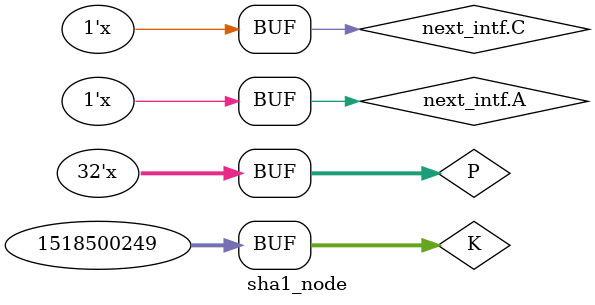
<source format=sv>
/* verilator lint_off DECLFILENAME */

interface sha1_block_boundry;
   logic [31:0] H0;
   logic [31:0] H1;
   logic [31:0] H2;
   logic [31:0] H3;
   logic [31:0] H4;
   modport master (
      output H0,
      output H1,
      output H2,
      output H3,
      output H4
   );
   modport slave (
      input H0,
      input H1,
      input H2,
      input H3,
      input H4
   );
endinterface

module sha1_head (
   sha1_block_boundry.master next_intf
);

   assign next_intf.H0 = 32'h67452301;
   assign next_intf.H1 = 32'hefcdab89;
   assign next_intf.H2 = 32'h98badcfe;
   assign next_intf.H3 = 32'h10325476;
   assign next_intf.H4 = 32'hc3d2e1f0;

endmodule

interface sha1_word_boundry;
   logic [31:0] Ws00;
   logic [31:0] Ws01;
   logic [31:0] Ws02;
   logic [31:0] Ws03;
   logic [31:0] Ws04;
   logic [31:0] Ws05;
   logic [31:0] Ws06;
   logic [31:0] Ws07;
   logic [31:0] Ws08;
   logic [31:0] Ws09;
   logic [31:0] Ws10;
   logic [31:0] Ws11;
   logic [31:0] Ws12;
   logic [31:0] Ws13;
   logic [31:0] Ws14;
   logic [31:0] Ws15;
   logic [31:0] A, B, C, D, E;
   modport master (
      output Ws00,
      output Ws01,
      output Ws02,
      output Ws03,
      output Ws04,
      output Ws05,
      output Ws06,
      output Ws07,
      output Ws08,
      output Ws09,
      output Ws10,
      output Ws11,
      output Ws12,
      output Ws13,
      output Ws14,
      output Ws15,
      output A, B, C, D, E
   );
   modport slave (
      input Ws00,
      input Ws01,
      input Ws02,
      input Ws03,
      input Ws04,
      input Ws05,
      input Ws06,
      input Ws07,
      input Ws08,
      input Ws09,
      input Ws10,
      input Ws11,
      input Ws12,
      input Ws13,
      input Ws14,
      input Ws15,
      output A, B, C, D, E
   );
endinterface

module sha1_block (
   input logic [511:0] block_i,
   sha1_block_boundry.slave prev_intf,
   sha1_block_boundry.master next_intf
);

   sha1_word_boundry words[0:80]();

   assign words[0].Ws00 = block_i[511:480];
   assign words[0].Ws01 = block_i[479:448];
   assign words[0].Ws02 = block_i[447:416];
   assign words[0].Ws03 = block_i[415:384];
   assign words[0].Ws04 = block_i[383:352];
   assign words[0].Ws05 = block_i[351:320];
   assign words[0].Ws06 = block_i[319:288];
   assign words[0].Ws07 = block_i[287:256];
   assign words[0].Ws08 = block_i[255:224];
   assign words[0].Ws09 = block_i[223:192];
   assign words[0].Ws10 = block_i[191:160];
   assign words[0].Ws11 = block_i[159:128];
   assign words[0].Ws12 = block_i[127:96];
   assign words[0].Ws13 = block_i[95:64];
   assign words[0].Ws14 = block_i[63:32];
   assign words[0].Ws15 = block_i[31:0];

   assign words[0].A = prev_intf.H0;
   assign words[0].B = prev_intf.H1;
   assign words[0].C = prev_intf.H2;
   assign words[0].D = prev_intf.H3;
   assign words[0].E = prev_intf.H4;

   generate
   for (genvar t = 0; t < 80; t++) begin : g_t
      sha1_node #(.T (t)) i_node (
         .prev_intf (words[t]),
         .next_intf (words[t+1])
      );
   end
   endgenerate

   assign next_intf.H0 = prev_intf.H0 + words[80].A;
   assign next_intf.H1 = prev_intf.H1 + words[80].B;
   assign next_intf.H2 = prev_intf.H2 + words[80].C;
   assign next_intf.H3 = prev_intf.H3 + words[80].D;
   assign next_intf.H4 = prev_intf.H4 + words[80].E;

endmodule

module sha1_node #(
   parameter T = 0
) (
   sha1_word_boundry.slave prev_intf,
   sha1_word_boundry.master next_intf
);

   logic [31:0] f, K;
   always_comb begin
      if (T < 20) begin
         f = (prev_intf.B & prev_intf.C) | (~prev_intf.B & prev_intf.D);
         K = 32'h5a827999;
      end else if (T < 40) begin
         f = prev_intf.B ^ prev_intf.C ^ prev_intf.D;
         K = 32'h6ed9eba1;
      end else if (T < 60) begin
         f = (prev_intf.B & prev_intf.C) | (prev_intf.B & prev_intf.D) | (prev_intf.C & prev_intf.D);
         K = 32'h8f1bbcdc;
      end else begin
         f = prev_intf.B ^ prev_intf.C ^ prev_intf.D;
         K = 32'hca62c1d6;
      end
   end

   logic [31:0] P;
   always_comb begin
      P = {prev_intf.A[26:0],prev_intf.A[31:27]};
      P += f;
      P += prev_intf.Ws00;
      P += prev_intf.E;
      P += K;
   end

   always_comb begin
      next_intf.A = P;
      next_intf.B = prev_intf.A;
      next_intf.C = {prev_intf.B[1:0],prev_intf.B[31:2]};
      next_intf.D = prev_intf.C;
      next_intf.E = prev_intf.D;
   end

   logic [31:0] X;
   always_comb begin
      X = prev_intf.Ws14;
      X ^= prev_intf.Ws09;
      X ^= prev_intf.Ws03;
      X ^= prev_intf.Ws01;
   end

   always_comb begin
      next_intf.Ws00 = (T < 15) ? prev_intf.Ws01 : {X[30:0],X[31]};
      next_intf.Ws01 = prev_intf.Ws02;
      next_intf.Ws02 = prev_intf.Ws03;
      next_intf.Ws03 = prev_intf.Ws04;
      next_intf.Ws04 = prev_intf.Ws05;
      next_intf.Ws05 = prev_intf.Ws06;
      next_intf.Ws06 = prev_intf.Ws07;
      next_intf.Ws07 = prev_intf.Ws08;
      next_intf.Ws08 = prev_intf.Ws09;
      next_intf.Ws09 = prev_intf.Ws10;
      next_intf.Ws10 = prev_intf.Ws11;
      next_intf.Ws11 = prev_intf.Ws12;
      next_intf.Ws12 = prev_intf.Ws13;
      next_intf.Ws13 = prev_intf.Ws14;
      next_intf.Ws14 = prev_intf.Ws15;
      next_intf.Ws15 = prev_intf.Ws00;
   end

endmodule

</source>
